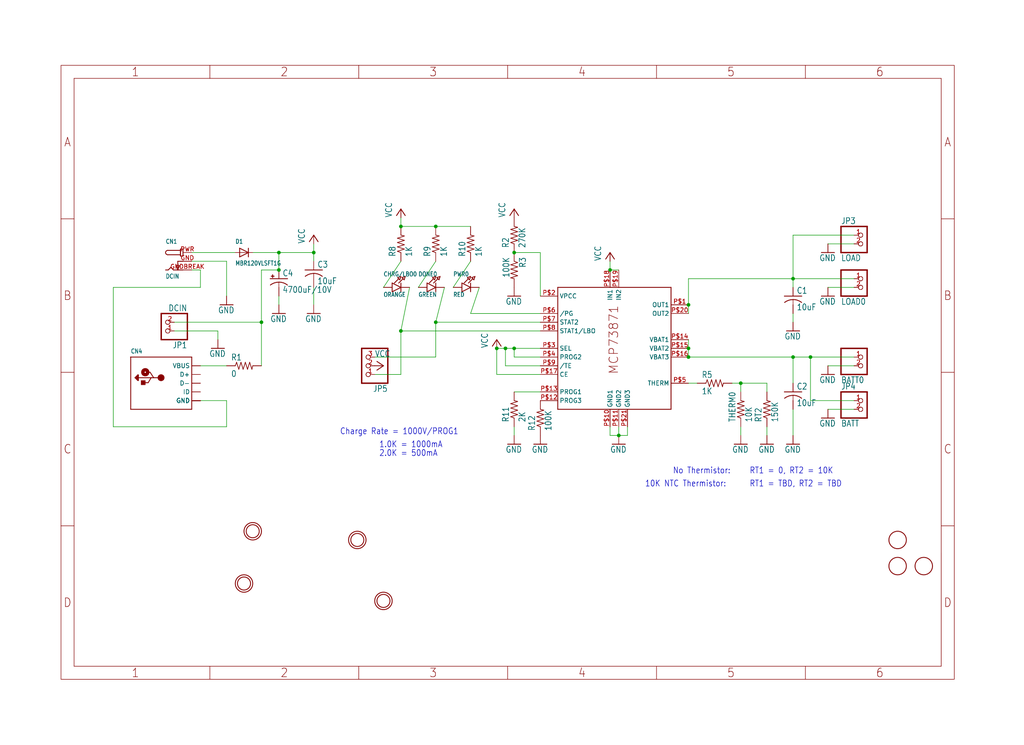
<source format=kicad_sch>
(kicad_sch (version 20230121) (generator eeschema)
  (paper "User" 298.45 217.322)
  (lib_symbols
    (symbol "working-eagle-import:C-USC0805K"
      (property "Reference" "C" (at 1.016 0.635 0))
      (symbol "C-USC0805K_1_0"
        (arc (start 0 -1.0161) (mid -1.302 -1.2303) (end -2.4668 -1.8504) (stroke (width 0.254)))
        (polyline (pts (xy -2.54 0) (xy 2.54 0)) (stroke (width 0.254)))
        (polyline (pts (xy 0 -1.016) (xy 0 -2.54)) (stroke (width 0.1524)))
        (arc (start 2.4892 -1.8541) (mid 1.3158 -1.2194) (end 0 -1) (stroke (width 0.254)))
        (pin passive line (at 0 2.54 270) (length 2.54) (name "1") (number "1"))
        (pin passive line (at 0 -5.08 90) (length 2.54) (name "2") (number "2"))
      )
    )
    (symbol "working-eagle-import:CPOL-USE5-13"
      (property "Reference" "C" (at 1.016 0.635 0))
      (symbol "CPOL-USE5-13_1_0"
        (rectangle (start -2.253 0.668) (end -1.364 0.795) (fill (type outline)))
        (rectangle (start -1.872 0.287) (end -1.745 1.176) (fill (type outline)))
        (arc (start 0 -1.0161) (mid -1.3021 -1.2303) (end -2.4669 -1.8504) (stroke (width 0.254)))
        (polyline (pts (xy -2.54 0) (xy 2.54 0)) (stroke (width 0.254)))
        (polyline (pts (xy 0 -1.016) (xy 0 -2.54)) (stroke (width 0.1524)))
        (arc (start 2.4892 -1.8541) (mid 1.3158 -1.2194) (end 0 -1) (stroke (width 0.254)))
        (pin passive line (at 0 2.54 270) (length 2.54) (name "+") (number "+"))
        (pin passive line (at 0 -5.08 90) (length 2.54) (name "-") (number "-"))
      )
    )
    (symbol "working-eagle-import:DCBARRELSMT"
      (property "Reference" "X" (at -5.08 5.08 0))
      (symbol "DCBARRELSMT_1_0"
        (arc (start -4.445 3.175) (mid -5.0773 2.54) (end -4.445 1.905) (stroke (width 0.254)))
        (polyline (pts (xy -5.08 -2.54) (xy -4.318 -2.54)) (stroke (width 0.254)))
        (polyline (pts (xy -4.318 -2.54) (xy -3.556 -1.778)) (stroke (width 0.254)))
        (polyline (pts (xy -3.556 -1.778) (xy -2.794 -2.54)) (stroke (width 0.254)))
        (polyline (pts (xy -2.032 -1.27) (xy -1.524 -1.27)) (stroke (width 0.254)))
        (polyline (pts (xy -1.524 -2.54) (xy -2.794 -2.54)) (stroke (width 0.254)))
        (polyline (pts (xy -1.524 -2.54) (xy -2.032 -1.27)) (stroke (width 0.254)))
        (polyline (pts (xy -1.524 -1.27) (xy -1.016 -1.27)) (stroke (width 0.254)))
        (polyline (pts (xy -1.524 0) (xy -1.524 -1.27)) (stroke (width 0.254)))
        (polyline (pts (xy -1.016 -1.27) (xy -1.524 -2.54)) (stroke (width 0.254)))
        (polyline (pts (xy -0.762 1.524) (xy -0.762 3.556)) (stroke (width 0.254)))
        (polyline (pts (xy -0.762 1.905) (xy -4.445 1.905)) (stroke (width 0.254)))
        (polyline (pts (xy -0.762 3.175) (xy -4.445 3.175)) (stroke (width 0.254)))
        (polyline (pts (xy -0.762 3.175) (xy -0.762 1.905)) (stroke (width 0.254)))
        (polyline (pts (xy -0.762 3.556) (xy 0 3.556)) (stroke (width 0.254)))
        (polyline (pts (xy 0 -2.54) (xy -1.524 -2.54)) (stroke (width 0.254)))
        (polyline (pts (xy 0 0) (xy -1.524 0)) (stroke (width 0.254)))
        (polyline (pts (xy 0 1.524) (xy -0.762 1.524)) (stroke (width 0.254)))
        (polyline (pts (xy 0 3.556) (xy 0 1.524)) (stroke (width 0.254)))
        (pin power_in line (at 2.54 0 180) (length 2.54) (name "GNDBREAK") (number "GND"))
        (pin power_in line (at 2.54 -2.54 180) (length 2.54) (name "GND") (number "GNDBREAK"))
        (pin power_in line (at 2.54 2.54 180) (length 2.54) (name "PWR") (number "PWR"))
      )
    )
    (symbol "working-eagle-import:DIODESOD-123"
      (property "Reference" "D" (at -2.54 2.54 0))
      (symbol "DIODESOD-123_1_0"
        (polyline (pts (xy -1.27 -1.27) (xy 1.27 0)) (stroke (width 0.254)))
        (polyline (pts (xy -1.27 1.27) (xy -1.27 -1.27)) (stroke (width 0.254)))
        (polyline (pts (xy 1.27 0) (xy -1.27 1.27)) (stroke (width 0.254)))
        (polyline (pts (xy 1.27 0) (xy 1.27 -1.27)) (stroke (width 0.254)))
        (polyline (pts (xy 1.27 1.27) (xy 1.27 0)) (stroke (width 0.254)))
        (pin passive line (at -2.54 0 0) (length 2.54) (name "A") (number "A"))
        (pin passive line (at 2.54 0 180) (length 2.54) (name "C") (number "C"))
      )
    )
    (symbol "working-eagle-import:FIDUCIAL"
      (symbol "FIDUCIAL_1_0"
        (circle (center 0 0) (radius 2.54) (stroke (width 0.254)))
      )
    )
    (symbol "working-eagle-import:FRAME_A4"
      (symbol "FRAME_A4_1_0"
        (polyline (pts (xy 0 44.7675) (xy 3.81 44.7675)))
        (polyline (pts (xy 0 89.535) (xy 3.81 89.535)))
        (polyline (pts (xy 0 134.3025) (xy 3.81 134.3025)))
        (polyline (pts (xy 3.81 3.81) (xy 3.81 175.26)))
        (polyline (pts (xy 43.3917 0) (xy 43.3917 3.81)))
        (polyline (pts (xy 43.3917 175.26) (xy 43.3917 179.07)))
        (polyline (pts (xy 86.7833 0) (xy 86.7833 3.81)))
        (polyline (pts (xy 86.7833 175.26) (xy 86.7833 179.07)))
        (polyline (pts (xy 130.175 0) (xy 130.175 3.81)))
        (polyline (pts (xy 130.175 175.26) (xy 130.175 179.07)))
        (polyline (pts (xy 173.5667 0) (xy 173.5667 3.81)))
        (polyline (pts (xy 173.5667 175.26) (xy 173.5667 179.07)))
        (polyline (pts (xy 216.9583 0) (xy 216.9583 3.81)))
        (polyline (pts (xy 216.9583 175.26) (xy 216.9583 179.07)))
        (polyline (pts (xy 256.54 3.81) (xy 3.81 3.81)))
        (polyline (pts (xy 256.54 3.81) (xy 256.54 8.89)) (stroke (width 0.1016)))
        (polyline (pts (xy 256.54 3.81) (xy 256.54 175.26)))
        (polyline (pts (xy 256.54 8.89) (xy 256.54 13.97)) (stroke (width 0.1016)))
        (polyline (pts (xy 256.54 13.97) (xy 256.54 19.05)) (stroke (width 0.1016)))
        (polyline (pts (xy 256.54 19.05) (xy 256.54 36.83)) (stroke (width 0.1016)))
        (polyline (pts (xy 256.54 44.7675) (xy 260.35 44.7675)))
        (polyline (pts (xy 256.54 89.535) (xy 260.35 89.535)))
        (polyline (pts (xy 256.54 134.3025) (xy 260.35 134.3025)))
        (polyline (pts (xy 256.54 175.26) (xy 3.81 175.26)))
        (polyline (pts (xy 0 0) (xy 260.35 0) (xy 260.35 179.07) (xy 0 179.07) (xy 0 0)))
        (text "1" (at 21.6958 1.905 0) (effects (font (size 2.54 2.286))))
        (text "1" (at 21.6958 177.165 0) (effects (font (size 2.54 2.286))))
        (text "2" (at 65.0875 1.905 0) (effects (font (size 2.54 2.286))))
        (text "2" (at 65.0875 177.165 0) (effects (font (size 2.54 2.286))))
        (text "3" (at 108.4792 1.905 0) (effects (font (size 2.54 2.286))))
        (text "3" (at 108.4792 177.165 0) (effects (font (size 2.54 2.286))))
        (text "4" (at 151.8708 1.905 0) (effects (font (size 2.54 2.286))))
        (text "4" (at 151.8708 177.165 0) (effects (font (size 2.54 2.286))))
        (text "5" (at 195.2625 1.905 0) (effects (font (size 2.54 2.286))))
        (text "5" (at 195.2625 177.165 0) (effects (font (size 2.54 2.286))))
        (text "6" (at 238.6542 1.905 0) (effects (font (size 2.54 2.286))))
        (text "6" (at 238.6542 177.165 0) (effects (font (size 2.54 2.286))))
        (text "A" (at 1.905 156.6863 0) (effects (font (size 2.54 2.286))))
        (text "A" (at 258.445 156.6863 0) (effects (font (size 2.54 2.286))))
        (text "B" (at 1.905 111.9188 0) (effects (font (size 2.54 2.286))))
        (text "B" (at 258.445 111.9188 0) (effects (font (size 2.54 2.286))))
        (text "C" (at 1.905 67.1513 0) (effects (font (size 2.54 2.286))))
        (text "C" (at 258.445 67.1513 0) (effects (font (size 2.54 2.286))))
        (text "D" (at 1.905 22.3838 0) (effects (font (size 2.54 2.286))))
        (text "D" (at 258.445 22.3838 0) (effects (font (size 2.54 2.286))))
      )
      (symbol "FRAME_A4_2_0"
        (polyline (pts (xy 1.27 -6.35) (xy 1.27 0)) (stroke (width 0.1016)))
        (polyline (pts (xy 1.27 0) (xy 82.55 0)) (stroke (width 0.1016)))
        (polyline (pts (xy 82.55 -6.35) (xy 1.27 -6.35)) (stroke (width 0.1016)))
        (polyline (pts (xy 82.55 0) (xy 82.55 -6.35)) (stroke (width 0.1016)))
        (text "PART OR WHOLE IS STRICTLY PROHIBITED WITHOUT WRITTEN PERMISSION!" (at 3.81 -5.08 0) (effects (font (size 1.27 1.0795)) (justify left bottom)))
        (text "PROPRIETARY" (at 3.81 -10.16 0) (effects (font (size 2.54 2.159) (thickness 0.4318) bold) (justify left bottom)))
        (text "THIS DRAWING CONTAINS CONFIDENTIAL INFORMATION. ANY REPRODUCTION IN" (at 3.81 -2.794 0) (effects (font (size 1.27 1.0795)) (justify left bottom)))
      )
      (symbol "FRAME_A4_3_0"
        (polyline (pts (xy 0 1.27) (xy 20.32 1.27)) (stroke (width 0.6096)))
        (polyline (pts (xy 0 10.16) (xy 0 1.27)) (stroke (width 0.6096)))
        (polyline (pts (xy 0 10.16) (xy 20.32 10.16)) (stroke (width 0.3048)))
        (polyline (pts (xy 0 19.05) (xy 0 10.16)) (stroke (width 0.6096)))
        (polyline (pts (xy 0 19.05) (xy 20.32 19.05)) (stroke (width 0.3048)))
        (polyline (pts (xy 0 27.94) (xy 0 19.05)) (stroke (width 0.6096)))
        (polyline (pts (xy 0 27.94) (xy 20.32 27.94)) (stroke (width 0.3048)))
        (polyline (pts (xy 0 34.29) (xy 0 27.94)) (stroke (width 0.6096)))
        (polyline (pts (xy 20.32 1.27) (xy 20.32 6.35)) (stroke (width 0.3048)))
        (polyline (pts (xy 20.32 1.27) (xy 95.885 1.27)) (stroke (width 0.6096)))
        (polyline (pts (xy 20.32 6.35) (xy 20.32 10.16)) (stroke (width 0.3048)))
        (polyline (pts (xy 20.32 6.35) (xy 88.9 6.35)) (stroke (width 0.3048)))
        (polyline (pts (xy 20.32 10.16) (xy 20.32 19.05)) (stroke (width 0.3048)))
        (polyline (pts (xy 20.32 16.51) (xy 20.32 19.05)) (stroke (width 0.3048)))
        (polyline (pts (xy 20.32 19.05) (xy 20.32 27.94)) (stroke (width 0.3048)))
        (polyline (pts (xy 20.32 27.94) (xy 20.32 34.29)) (stroke (width 0.3048)))
        (polyline (pts (xy 20.32 27.94) (xy 65.0875 27.94)) (stroke (width 0.3048)))
        (polyline (pts (xy 20.32 34.29) (xy 0 34.29)) (stroke (width 0.6096)))
        (polyline (pts (xy 65.0875 27.94) (xy 106.045 27.94)) (stroke (width 0.3048)))
        (polyline (pts (xy 65.0875 34.29) (xy 20.32 34.29)) (stroke (width 0.6096)))
        (polyline (pts (xy 88.9 6.35) (xy 95.885 6.35)) (stroke (width 0.3048)))
        (polyline (pts (xy 88.9 16.51) (xy 20.32 16.51)) (stroke (width 0.3048)))
        (polyline (pts (xy 88.9 16.51) (xy 88.9 6.35)) (stroke (width 0.3048)))
        (polyline (pts (xy 95.885 1.27) (xy 121.92 1.27)) (stroke (width 0.6096)))
        (polyline (pts (xy 95.885 6.35) (xy 95.885 1.27)) (stroke (width 0.3048)))
        (polyline (pts (xy 95.885 6.35) (xy 121.92 6.35)) (stroke (width 0.3048)))
        (polyline (pts (xy 101.6 13.0175) (xy 102.5525 13.0175)) (stroke (width 0.254)))
        (polyline (pts (xy 106.045 27.94) (xy 106.045 34.29)) (stroke (width 0.3048)))
        (polyline (pts (xy 106.045 27.94) (xy 110.49 27.94)) (stroke (width 0.3048)))
        (polyline (pts (xy 106.045 34.29) (xy 65.0875 34.29)) (stroke (width 0.6096)))
        (polyline (pts (xy 110.49 16.51) (xy 88.9 16.51)) (stroke (width 0.3048)))
        (polyline (pts (xy 110.49 27.94) (xy 110.49 16.51)) (stroke (width 0.3048)))
        (polyline (pts (xy 110.49 27.94) (xy 113.03 27.94)) (stroke (width 0.3048)))
        (polyline (pts (xy 113.03 27.94) (xy 121.92 27.94)) (stroke (width 0.3048)))
        (polyline (pts (xy 113.03 34.29) (xy 106.045 34.29)) (stroke (width 0.6096)))
        (polyline (pts (xy 121.92 6.35) (xy 121.92 1.27)) (stroke (width 0.6096)))
        (polyline (pts (xy 121.92 16.51) (xy 110.49 16.51)) (stroke (width 0.3048)))
        (polyline (pts (xy 121.92 16.51) (xy 121.92 6.35)) (stroke (width 0.6096)))
        (polyline (pts (xy 121.92 27.94) (xy 121.92 16.51)) (stroke (width 0.6096)))
        (polyline (pts (xy 121.92 34.29) (xy 113.03 34.29)) (stroke (width 0.6096)))
        (polyline (pts (xy 121.92 34.29) (xy 121.92 27.94)) (stroke (width 0.6096)))
        (circle (center 109.5375 31.115) (radius 1.4199) (stroke (width 0.254)))
        (text "${#}/${##}" (at 109.22 2.54 0) (effects (font (size 2.54 2.54)) (justify left bottom)))
        (text "${CHECKED}" (at 2.54 11.43 0) (effects (font (size 1.778 1.5113)) (justify left bottom)))
        (text "${COMPANY}" (at 23.6538 29.3687 0) (effects (font (size 3.175 2.6987) (thickness 0.5397) bold) (justify left bottom)))
        (text "${CURRENT_DATE}" (at 33.02 8.89 0) (effects (font (size 2.54 2.159)) (justify left bottom)))
        (text "${DATE}" (at 2.54 2.54 0) (effects (font (size 1.778 1.5113)) (justify left bottom)))
        (text "${DRAWN}" (at 2.54 20.32 0) (effects (font (size 1.778 1.5113)) (justify left bottom)))
        (text "${DRGNO}" (at 91.44 8.89 0) (effects (font (size 2.1844 1.8567)) (justify left bottom)))
        (text "${PROJECTNAME}" (at 33.3375 2.54 0) (effects (font (size 2.54 2.159)) (justify left bottom)))
        (text "${REV}" (at 114.3 18.415 0) (effects (font (size 3.81 3.2385)) (justify left bottom)))
        (text "2013" (at 112.7125 30.1625 0) (effects (font (size 1.778 1.5113)) (justify left bottom)))
        (text "C" (at 109.0612 30.48 0) (effects (font (size 1.27 1.0795)) (justify left bottom)))
        (text "CHECKED" (at 1.27 15.875 0) (effects (font (size 1.778 1.5113)) (justify left bottom)))
        (text "DATE" (at 1.27 6.985 0) (effects (font (size 1.778 1.5113)) (justify left bottom)))
        (text "DATE" (at 21.59 12.7 0) (effects (font (size 2.54 2.54)) (justify left bottom)))
        (text "DRAWN" (at 1.27 24.765 0) (effects (font (size 1.778 1.5113)) (justify left bottom)))
        (text "DRG" (at 90.17 12.7 0) (effects (font (size 2.54 2.54)) (justify left bottom)))
        (text "FILE:" (at 21.59 2.54 0) (effects (font (size 2.54 2.54)) (justify left bottom)))
        (text "ISSUE" (at 5.3975 30.1625 0) (effects (font (size 1.9304 1.6408)) (justify left bottom)))
        (text "N" (at 98.7425 12.7 0) (effects (font (size 2.54 2.54)) (justify left bottom)))
        (text "o" (at 101.2825 13.6525 0) (effects (font (size 2.1844 1.8567)) (justify left bottom)))
        (text "PAGE:" (at 97.155 2.54 0) (effects (font (size 2.54 2.54)) (justify left bottom)))
        (text "REV" (at 112.7125 24.13 0) (effects (font (size 2.54 2.54)) (justify left bottom)))
        (text "TITLE" (at 21.59 24.13 0) (effects (font (size 2.54 2.54)) (justify left bottom)))
      )
    )
    (symbol "working-eagle-import:GND" (power)
      (property "Value" "GND" (at -2.54 -2.54 0))
      (symbol "GND_1_0"
        (polyline (pts (xy -1.905 0) (xy 1.905 0)) (stroke (width 0.254)))
        (pin power_in line (at 0 2.54 270) (length 2.54) (name "GND") (number "1"))
      )
    )
    (symbol "working-eagle-import:HEADER-1X2"
      (property "Reference" "JP" (at -6.35 5.715 0))
      (symbol "HEADER-1X2_1_0"
        (polyline (pts (xy -6.35 -2.54) (xy 1.27 -2.54)) (stroke (width 0.4064)))
        (polyline (pts (xy -6.35 5.08) (xy -6.35 -2.54)) (stroke (width 0.4064)))
        (polyline (pts (xy 1.27 -2.54) (xy 1.27 5.08)) (stroke (width 0.4064)))
        (polyline (pts (xy 1.27 5.08) (xy -6.35 5.08)) (stroke (width 0.4064)))
        (pin passive inverted (at -2.54 2.54 0) (length 2.54) (name "1") (number "1"))
        (pin passive inverted (at -2.54 0 0) (length 2.54) (name "2") (number "2"))
      )
    )
    (symbol "working-eagle-import:HEADER-1X2ROUND"
      (property "Reference" "JP" (at -6.35 5.715 0))
      (symbol "HEADER-1X2ROUND_1_0"
        (polyline (pts (xy -6.35 -2.54) (xy 1.27 -2.54)) (stroke (width 0.4064)))
        (polyline (pts (xy -6.35 5.08) (xy -6.35 -2.54)) (stroke (width 0.4064)))
        (polyline (pts (xy 1.27 -2.54) (xy 1.27 5.08)) (stroke (width 0.4064)))
        (polyline (pts (xy 1.27 5.08) (xy -6.35 5.08)) (stroke (width 0.4064)))
        (pin passive inverted (at -2.54 2.54 0) (length 2.54) (name "1") (number "1"))
        (pin passive inverted (at -2.54 0 0) (length 2.54) (name "2") (number "2"))
      )
    )
    (symbol "working-eagle-import:JST_2PIN-SMT-RA"
      (property "Reference" "CN" (at -6.35 5.715 0))
      (symbol "JST_2PIN-SMT-RA_1_0"
        (polyline (pts (xy -6.35 -2.54) (xy 1.27 -2.54)) (stroke (width 0.4064)))
        (polyline (pts (xy -6.35 5.08) (xy -6.35 -2.54)) (stroke (width 0.4064)))
        (polyline (pts (xy 1.27 -2.54) (xy 1.27 5.08)) (stroke (width 0.4064)))
        (polyline (pts (xy 1.27 5.08) (xy -6.35 5.08)) (stroke (width 0.4064)))
        (pin passive inverted (at -2.54 0 0) (length 2.54) (name "2") (number "1"))
        (pin passive inverted (at -2.54 2.54 0) (length 2.54) (name "1") (number "2"))
      )
    )
    (symbol "working-eagle-import:LED0805_NOOUTLINE"
      (property "Reference" "LED" (at -5.08 3.175 0))
      (symbol "LED0805_NOOUTLINE_1_0"
        (polyline (pts (xy -2.54 -1.27) (xy 0 0)) (stroke (width 0.254)))
        (polyline (pts (xy -2.54 1.27) (xy -2.54 -1.27)) (stroke (width 0.254)))
        (polyline (pts (xy -1.905 1.27) (xy -0.635 2.54)) (stroke (width 0.254)))
        (polyline (pts (xy -0.9525 2.8575) (xy -0.3175 2.2225)) (stroke (width 0.254)))
        (polyline (pts (xy -0.635 1.27) (xy 0.635 2.54)) (stroke (width 0.254)))
        (polyline (pts (xy -0.3175 2.2225) (xy 0 3.175)) (stroke (width 0.254)))
        (polyline (pts (xy 0 0) (xy -2.54 1.27)) (stroke (width 0.254)))
        (polyline (pts (xy 0 0) (xy 0 -1.27)) (stroke (width 0.254)))
        (polyline (pts (xy 0 1.27) (xy 0 0)) (stroke (width 0.254)))
        (polyline (pts (xy 0 3.175) (xy -0.9525 2.8575)) (stroke (width 0.254)))
        (polyline (pts (xy 0.3175 2.8575) (xy 0.9525 2.2225)) (stroke (width 0.254)))
        (polyline (pts (xy 0.9525 2.2225) (xy 1.27 3.175)) (stroke (width 0.254)))
        (polyline (pts (xy 1.27 3.175) (xy 0.3175 2.8575)) (stroke (width 0.254)))
        (pin passive line (at -5.08 0 0) (length 2.54) (name "A") (number "A"))
        (pin passive line (at 2.54 0 180) (length 2.54) (name "C") (number "C"))
      )
    )
    (symbol "working-eagle-import:MCP73871"
      (symbol "MCP73871_1_0"
        (polyline (pts (xy -15.24 -17.78) (xy -15.24 17.78)) (stroke (width 0.254)))
        (polyline (pts (xy -15.24 17.78) (xy 17.78 17.78)) (stroke (width 0.254)))
        (polyline (pts (xy 17.78 -17.78) (xy -15.24 -17.78)) (stroke (width 0.254)))
        (polyline (pts (xy 17.78 17.78) (xy 17.78 -17.78)) (stroke (width 0.254)))
        (text "MCP73871" (at 2.54 -7.62 900) (effects (font (size 2.54 2.54)) (justify left bottom)))
        (pin output line (at 22.86 12.7 180) (length 5.08) (name "OUT1") (number "P$1"))
        (pin power_in line (at 0 -22.86 90) (length 5.08) (name "GND1") (number "P$10"))
        (pin power_in line (at 2.54 -22.86 90) (length 5.08) (name "GND2") (number "P$11"))
        (pin input line (at -20.32 -15.24 0) (length 5.08) (name "PROG3") (number "P$12"))
        (pin input line (at -20.32 -12.7 0) (length 5.08) (name "PROG1") (number "P$13"))
        (pin output line (at 22.86 2.54 180) (length 5.08) (name "VBAT1") (number "P$14"))
        (pin output line (at 22.86 0 180) (length 5.08) (name "VBAT2") (number "P$15"))
        (pin output line (at 22.86 -2.54 180) (length 5.08) (name "VBAT3") (number "P$16"))
        (pin input line (at -20.32 -7.62 0) (length 5.08) (name "CE") (number "P$17"))
        (pin input line (at 0 22.86 270) (length 5.08) (name "IN1") (number "P$18"))
        (pin input line (at 2.54 22.86 270) (length 5.08) (name "IN2") (number "P$19"))
        (pin input line (at -20.32 15.24 0) (length 5.08) (name "VPCC") (number "P$2"))
        (pin output line (at 22.86 10.16 180) (length 5.08) (name "OUT2") (number "P$20"))
        (pin power_in line (at 5.08 -22.86 90) (length 5.08) (name "GND3") (number "P$21"))
        (pin input line (at -20.32 0 0) (length 5.08) (name "SEL") (number "P$3"))
        (pin input line (at -20.32 -2.54 0) (length 5.08) (name "PROG2") (number "P$4"))
        (pin input line (at 22.86 -10.16 180) (length 5.08) (name "THERM") (number "P$5"))
        (pin output line (at -20.32 10.16 0) (length 5.08) (name "/PG") (number "P$6"))
        (pin output line (at -20.32 7.62 0) (length 5.08) (name "STAT2") (number "P$7"))
        (pin output line (at -20.32 5.08 0) (length 5.08) (name "STAT1/LBO") (number "P$8"))
        (pin input line (at -20.32 -5.08 0) (length 5.08) (name "/TE") (number "P$9"))
      )
    )
    (symbol "working-eagle-import:MOUNTINGHOLE2.5"
      (symbol "MOUNTINGHOLE2.5_1_0"
        (circle (center 0 0) (radius 1.905) (stroke (width 0.254)))
        (circle (center 0 0) (radius 2.54) (stroke (width 0.254)))
      )
    )
    (symbol "working-eagle-import:PINHD-1X3CB"
      (property "Reference" "JP" (at -6.35 5.715 0))
      (symbol "PINHD-1X3CB_1_0"
        (polyline (pts (xy -6.35 -5.08) (xy 1.27 -5.08)) (stroke (width 0.4064)))
        (polyline (pts (xy -6.35 5.08) (xy -6.35 -5.08)) (stroke (width 0.4064)))
        (polyline (pts (xy 1.27 -5.08) (xy 1.27 5.08)) (stroke (width 0.4064)))
        (polyline (pts (xy 1.27 5.08) (xy -6.35 5.08)) (stroke (width 0.4064)))
        (pin passive inverted (at -2.54 2.54 0) (length 2.54) (name "1") (number "1"))
        (pin passive inverted (at -2.54 0 0) (length 2.54) (name "2") (number "2"))
        (pin passive inverted (at -2.54 -2.54 0) (length 2.54) (name "3") (number "3"))
      )
    )
    (symbol "working-eagle-import:R-US_FLIPFLOP"
      (property "Reference" "R" (at -3.81 1.4986 0))
      (symbol "R-US_FLIPFLOP_1_0"
        (polyline (pts (xy -2.54 0) (xy -2.159 1.016)) (stroke (width 0.2032)))
        (polyline (pts (xy -2.159 1.016) (xy -1.524 -1.016)) (stroke (width 0.2032)))
        (polyline (pts (xy -1.524 -1.016) (xy -0.889 1.016)) (stroke (width 0.2032)))
        (polyline (pts (xy -0.889 1.016) (xy -0.254 -1.016)) (stroke (width 0.2032)))
        (polyline (pts (xy -0.254 -1.016) (xy 0.381 1.016)) (stroke (width 0.2032)))
        (polyline (pts (xy 0.381 1.016) (xy 1.016 -1.016)) (stroke (width 0.2032)))
        (polyline (pts (xy 1.016 -1.016) (xy 1.651 1.016)) (stroke (width 0.2032)))
        (polyline (pts (xy 1.651 1.016) (xy 2.286 -1.016)) (stroke (width 0.2032)))
        (polyline (pts (xy 2.286 -1.016) (xy 2.54 0)) (stroke (width 0.2032)))
        (pin passive line (at -5.08 0 0) (length 2.54) (name "1") (number "1"))
        (pin passive line (at 5.08 0 180) (length 2.54) (name "2") (number "2"))
      )
    )
    (symbol "working-eagle-import:R-US_M0805"
      (property "Reference" "R" (at -3.81 1.4986 0))
      (symbol "R-US_M0805_1_0"
        (polyline (pts (xy -2.54 0) (xy -2.159 1.016)) (stroke (width 0.2032)))
        (polyline (pts (xy -2.159 1.016) (xy -1.524 -1.016)) (stroke (width 0.2032)))
        (polyline (pts (xy -1.524 -1.016) (xy -0.889 1.016)) (stroke (width 0.2032)))
        (polyline (pts (xy -0.889 1.016) (xy -0.254 -1.016)) (stroke (width 0.2032)))
        (polyline (pts (xy -0.254 -1.016) (xy 0.381 1.016)) (stroke (width 0.2032)))
        (polyline (pts (xy 0.381 1.016) (xy 1.016 -1.016)) (stroke (width 0.2032)))
        (polyline (pts (xy 1.016 -1.016) (xy 1.651 1.016)) (stroke (width 0.2032)))
        (polyline (pts (xy 1.651 1.016) (xy 2.286 -1.016)) (stroke (width 0.2032)))
        (polyline (pts (xy 2.286 -1.016) (xy 2.54 0)) (stroke (width 0.2032)))
        (pin passive line (at -5.08 0 0) (length 2.54) (name "1") (number "1"))
        (pin passive line (at 5.08 0 180) (length 2.54) (name "2") (number "2"))
      )
    )
    (symbol "working-eagle-import:R-US_R0805"
      (property "Reference" "R" (at -3.81 1.4986 0))
      (symbol "R-US_R0805_1_0"
        (polyline (pts (xy -2.54 0) (xy -2.159 1.016)) (stroke (width 0.2032)))
        (polyline (pts (xy -2.159 1.016) (xy -1.524 -1.016)) (stroke (width 0.2032)))
        (polyline (pts (xy -1.524 -1.016) (xy -0.889 1.016)) (stroke (width 0.2032)))
        (polyline (pts (xy -0.889 1.016) (xy -0.254 -1.016)) (stroke (width 0.2032)))
        (polyline (pts (xy -0.254 -1.016) (xy 0.381 1.016)) (stroke (width 0.2032)))
        (polyline (pts (xy 0.381 1.016) (xy 1.016 -1.016)) (stroke (width 0.2032)))
        (polyline (pts (xy 1.016 -1.016) (xy 1.651 1.016)) (stroke (width 0.2032)))
        (polyline (pts (xy 1.651 1.016) (xy 2.286 -1.016)) (stroke (width 0.2032)))
        (polyline (pts (xy 2.286 -1.016) (xy 2.54 0)) (stroke (width 0.2032)))
        (pin passive line (at -5.08 0 0) (length 2.54) (name "1") (number "1"))
        (pin passive line (at 5.08 0 180) (length 2.54) (name "2") (number "2"))
      )
    )
    (symbol "working-eagle-import:USBMINIBLARGE"
      (property "Reference" "X" (at -10.16 8.636 0))
      (symbol "USBMINIBLARGE_1_0"
        (rectangle (start -7.12 -0.45) (end -5.92 0.75) (fill (type outline)))
        (circle (center -5.92 3.2) (radius 0.2) (stroke (width 1)))
        (circle (center -1.32 1.6) (radius 0.5) (stroke (width 1)))
        (polyline (pts (xy -10.2 7.62) (xy -10.16 7.62)) (stroke (width 0.254)))
        (polyline (pts (xy -10.16 -7.62) (xy 7.62 -7.62)) (stroke (width 0.254)))
        (polyline (pts (xy -10.16 7.62) (xy -10.16 -7.62)) (stroke (width 0.254)))
        (polyline (pts (xy -10.16 7.62) (xy 7.62 7.62)) (stroke (width 0.254)))
        (polyline (pts (xy -8.92 1.6) (xy -8.12 2.4)) (stroke (width 0.254)))
        (polyline (pts (xy -8.52 1.4) (xy -8.32 1.2)) (stroke (width 0.254)))
        (polyline (pts (xy -8.52 1.6) (xy -8.52 1.4)) (stroke (width 0.254)))
        (polyline (pts (xy -8.32 1.2) (xy -8.32 2)) (stroke (width 0.254)))
        (polyline (pts (xy -8.32 2) (xy -8.72 1.6)) (stroke (width 0.254)))
        (polyline (pts (xy -8.12 0.8) (xy -8.92 1.6)) (stroke (width 0.254)))
        (polyline (pts (xy -8.12 1) (xy -8.12 2.4)) (stroke (width 0.254)))
        (polyline (pts (xy -8.12 2.4) (xy -7.92 2.4)) (stroke (width 0.254)))
        (polyline (pts (xy -7.92 0.8) (xy -8.12 0.8)) (stroke (width 0.254)))
        (polyline (pts (xy -7.92 1.6) (xy -7.92 0.8)) (stroke (width 0.254)))
        (polyline (pts (xy -7.92 2.4) (xy -7.92 1.6)) (stroke (width 0.254)))
        (polyline (pts (xy -6.27 0.15) (xy -5.07 0.15)) (stroke (width 0.254)))
        (polyline (pts (xy -5.52 3.2) (xy -4.52 3.2)) (stroke (width 0.254)))
        (polyline (pts (xy -5.07 0.15) (xy -4.22 1.6)) (stroke (width 0.254)))
        (polyline (pts (xy -4.52 3.2) (xy -3.47 1.6)) (stroke (width 0.254)))
        (polyline (pts (xy -4.22 1.6) (xy -7.92 1.6)) (stroke (width 0.254)))
        (polyline (pts (xy -3.47 1.6) (xy -4.22 1.6)) (stroke (width 0.254)))
        (polyline (pts (xy -1.32 1.6) (xy -3.47 1.6)) (stroke (width 0.254)))
        (polyline (pts (xy 7.62 7.62) (xy 7.62 -7.62)) (stroke (width 0.254)))
        (pin bidirectional line (at 10.16 2.54 180) (length 2.54) (name "D+") (number "D+"))
        (pin bidirectional line (at 10.16 0 180) (length 2.54) (name "D-") (number "D-"))
        (pin power_in line (at 10.16 -5.08 180) (length 2.54) (name "GND") (number "GND"))
        (pin power_in line (at 10.16 -5.08 180) (length 2.54) (name "GND") (number "GND1"))
        (pin power_in line (at 10.16 -5.08 180) (length 2.54) (name "GND") (number "GND2"))
        (pin power_in line (at 10.16 -5.08 180) (length 2.54) (name "GND") (number "GND3"))
        (pin power_in line (at 10.16 -5.08 180) (length 2.54) (name "GND") (number "GND4"))
        (pin bidirectional line (at 10.16 -2.54 180) (length 2.54) (name "ID") (number "ID"))
        (pin power_in line (at 10.16 5.08 180) (length 2.54) (name "VBUS") (number "VBUS"))
      )
    )
    (symbol "working-eagle-import:VCC" (power)
      (property "Value" "VCC" (at -2.54 -2.54 90))
      (symbol "VCC_1_0"
        (polyline (pts (xy 0 0) (xy -1.27 -1.905)) (stroke (width 0.254)))
        (polyline (pts (xy 1.27 -1.905) (xy 0 0)) (stroke (width 0.254)))
        (pin power_in line (at 0 -2.54 90) (length 2.54) (name "VCC") (number "1"))
      )
    )
  )
  (junction (at 231.14 104.14))
  (junction (at 116.84 66.04))
  (junction (at 76.2 93.98))
  (junction (at 200.66 88.9))
  (junction (at 144.78 101.6))
  (junction (at 200.66 104.14))
  (junction (at 149.86 73.66))
  (junction (at 177.8 78.74))
  (junction (at 236.22 104.14))
  (junction (at 81.28 73.66))
  (junction (at 127 66.04))
  (junction (at 91.44 73.66))
  (junction (at 200.66 101.6))
  (junction (at 127 93.98))
  (junction (at 180.34 127))
  (junction (at 231.14 81.28))
  (junction (at 215.9 111.76))
  (junction (at 81.28 78.74))
  (junction (at 116.84 96.52))
  (junction (at 147.32 101.6))
  (junction (at 149.86 101.6))
  (wire (pts (xy 121.92 83.82) (xy 127 76.2)) (stroke (width 0.1524)))
  (wire (pts (xy 177.8 124.46) (xy 177.8 127)) (stroke (width 0.1524)))
  (wire (pts (xy 200.66 111.76) (xy 203.2 111.76)) (stroke (width 0.1524)))
  (wire (pts (xy 149.86 124.46) (xy 149.86 127)) (stroke (width 0.1524)))
  (wire (pts (xy 116.84 96.52) (xy 116.84 109.22)) (stroke (width 0.1524)))
  (wire (pts (xy 231.14 111.76) (xy 231.14 104.14)) (stroke (width 0.1524)))
  (wire (pts (xy 223.52 124.46) (xy 223.52 127)) (stroke (width 0.1524)))
  (wire (pts (xy 81.28 73.66) (xy 81.28 78.74)) (stroke (width 0.1524)))
  (wire (pts (xy 144.78 109.22) (xy 157.48 109.22)) (stroke (width 0.1524)))
  (wire (pts (xy 200.66 99.06) (xy 200.66 101.6)) (stroke (width 0.1524)))
  (wire (pts (xy 213.36 111.76) (xy 215.9 111.76)) (stroke (width 0.1524)))
  (wire (pts (xy 127 93.98) (xy 129.54 83.82)) (stroke (width 0.1524)))
  (wire (pts (xy 215.9 111.76) (xy 223.52 111.76)) (stroke (width 0.1524)))
  (wire (pts (xy 182.88 127) (xy 180.34 127)) (stroke (width 0.1524)))
  (wire (pts (xy 180.34 124.46) (xy 180.34 127)) (stroke (width 0.1524)))
  (wire (pts (xy 248.92 116.84) (xy 236.22 116.84)) (stroke (width 0.1524)))
  (wire (pts (xy 200.66 101.6) (xy 200.66 104.14)) (stroke (width 0.1524)))
  (wire (pts (xy 149.86 104.14) (xy 149.86 101.6)) (stroke (width 0.1524)))
  (wire (pts (xy 200.66 91.44) (xy 200.66 88.9)) (stroke (width 0.1524)))
  (wire (pts (xy 91.44 83.82) (xy 91.44 88.9)) (stroke (width 0.1524)))
  (wire (pts (xy 231.14 104.14) (xy 236.22 104.14)) (stroke (width 0.1524)))
  (wire (pts (xy 33.02 83.82) (xy 58.42 83.82)) (stroke (width 0.1524)))
  (wire (pts (xy 73.66 73.66) (xy 81.28 73.66)) (stroke (width 0.1524)))
  (wire (pts (xy 157.48 91.44) (xy 137.16 91.44)) (stroke (width 0.1524)))
  (wire (pts (xy 91.44 73.66) (xy 91.44 76.2)) (stroke (width 0.1524)))
  (wire (pts (xy 144.78 101.6) (xy 144.78 109.22)) (stroke (width 0.1524)))
  (wire (pts (xy 180.34 78.74) (xy 177.8 78.74)) (stroke (width 0.1524)))
  (wire (pts (xy 215.9 124.46) (xy 215.9 127)) (stroke (width 0.1524)))
  (wire (pts (xy 248.92 68.58) (xy 231.14 68.58)) (stroke (width 0.1524)))
  (wire (pts (xy 109.22 104.14) (xy 127 104.14)) (stroke (width 0.1524)))
  (wire (pts (xy 91.44 73.66) (xy 91.44 71.12)) (stroke (width 0.1524)))
  (wire (pts (xy 76.2 78.74) (xy 81.28 78.74)) (stroke (width 0.1524)))
  (wire (pts (xy 81.28 73.66) (xy 91.44 73.66)) (stroke (width 0.1524)))
  (wire (pts (xy 81.28 86.36) (xy 81.28 88.9)) (stroke (width 0.1524)))
  (wire (pts (xy 66.04 116.84) (xy 66.04 124.46)) (stroke (width 0.1524)))
  (wire (pts (xy 236.22 116.84) (xy 236.22 104.14)) (stroke (width 0.1524)))
  (wire (pts (xy 58.42 83.82) (xy 58.42 78.74)) (stroke (width 0.1524)))
  (wire (pts (xy 231.14 68.58) (xy 231.14 81.28)) (stroke (width 0.1524)))
  (wire (pts (xy 231.14 83.82) (xy 231.14 81.28)) (stroke (width 0.1524)))
  (wire (pts (xy 76.2 106.68) (xy 76.2 93.98)) (stroke (width 0.1524)))
  (wire (pts (xy 116.84 63.5) (xy 116.84 66.04)) (stroke (width 0.1524)))
  (wire (pts (xy 66.04 124.46) (xy 33.02 124.46)) (stroke (width 0.1524)))
  (wire (pts (xy 144.78 101.6) (xy 147.32 101.6)) (stroke (width 0.1524)))
  (wire (pts (xy 248.92 71.12) (xy 241.3 71.12)) (stroke (width 0.1524)))
  (wire (pts (xy 109.22 109.22) (xy 116.84 109.22)) (stroke (width 0.1524)))
  (wire (pts (xy 63.5 96.52) (xy 63.5 99.06)) (stroke (width 0.1524)))
  (wire (pts (xy 127 66.04) (xy 116.84 66.04)) (stroke (width 0.1524)))
  (wire (pts (xy 50.8 93.98) (xy 76.2 93.98)) (stroke (width 0.1524)))
  (wire (pts (xy 50.8 96.52) (xy 63.5 96.52)) (stroke (width 0.1524)))
  (wire (pts (xy 157.48 101.6) (xy 149.86 101.6)) (stroke (width 0.1524)))
  (wire (pts (xy 231.14 93.98) (xy 231.14 91.44)) (stroke (width 0.1524)))
  (wire (pts (xy 147.32 106.68) (xy 157.48 106.68)) (stroke (width 0.1524)))
  (wire (pts (xy 147.32 106.68) (xy 147.32 101.6)) (stroke (width 0.1524)))
  (wire (pts (xy 76.2 93.98) (xy 76.2 78.74)) (stroke (width 0.1524)))
  (wire (pts (xy 66.04 76.2) (xy 66.04 86.36)) (stroke (width 0.1524)))
  (wire (pts (xy 55.88 76.2) (xy 66.04 76.2)) (stroke (width 0.1524)))
  (wire (pts (xy 215.9 111.76) (xy 215.9 114.3)) (stroke (width 0.1524)))
  (wire (pts (xy 157.48 96.52) (xy 116.84 96.52)) (stroke (width 0.1524)))
  (wire (pts (xy 127 66.04) (xy 137.16 66.04)) (stroke (width 0.1524)))
  (wire (pts (xy 55.88 73.66) (xy 68.58 73.66)) (stroke (width 0.1524)))
  (wire (pts (xy 116.84 96.52) (xy 119.38 83.82)) (stroke (width 0.1524)))
  (wire (pts (xy 223.52 111.76) (xy 223.52 114.3)) (stroke (width 0.1524)))
  (wire (pts (xy 241.3 106.68) (xy 248.92 106.68)) (stroke (width 0.1524)))
  (wire (pts (xy 149.86 104.14) (xy 157.48 104.14)) (stroke (width 0.1524)))
  (wire (pts (xy 236.22 104.14) (xy 248.92 104.14)) (stroke (width 0.1524)))
  (wire (pts (xy 132.08 83.82) (xy 137.16 76.2)) (stroke (width 0.1524)))
  (wire (pts (xy 116.84 76.2) (xy 111.76 83.82)) (stroke (width 0.1524)))
  (wire (pts (xy 231.14 127) (xy 231.14 119.38)) (stroke (width 0.1524)))
  (wire (pts (xy 177.8 76.2) (xy 177.8 78.74)) (stroke (width 0.1524)))
  (wire (pts (xy 200.66 104.14) (xy 231.14 104.14)) (stroke (width 0.1524)))
  (wire (pts (xy 137.16 91.44) (xy 139.7 83.82)) (stroke (width 0.1524)))
  (wire (pts (xy 58.42 116.84) (xy 66.04 116.84)) (stroke (width 0.1524)))
  (wire (pts (xy 147.32 101.6) (xy 149.86 101.6)) (stroke (width 0.1524)))
  (wire (pts (xy 248.92 119.38) (xy 241.3 119.38)) (stroke (width 0.1524)))
  (wire (pts (xy 58.42 106.68) (xy 66.04 106.68)) (stroke (width 0.1524)))
  (wire (pts (xy 127 93.98) (xy 127 104.14)) (stroke (width 0.1524)))
  (wire (pts (xy 241.3 83.82) (xy 248.92 83.82)) (stroke (width 0.1524)))
  (wire (pts (xy 149.86 73.66) (xy 157.48 73.66)) (stroke (width 0.1524)))
  (wire (pts (xy 157.48 114.3) (xy 149.86 114.3)) (stroke (width 0.1524)))
  (wire (pts (xy 177.8 127) (xy 180.34 127)) (stroke (width 0.1524)))
  (wire (pts (xy 182.88 124.46) (xy 182.88 127)) (stroke (width 0.1524)))
  (wire (pts (xy 157.48 93.98) (xy 127 93.98)) (stroke (width 0.1524)))
  (wire (pts (xy 33.02 124.46) (xy 33.02 83.82)) (stroke (width 0.1524)))
  (wire (pts (xy 58.42 78.74) (xy 55.88 78.74)) (stroke (width 0.1524)))
  (wire (pts (xy 200.66 81.28) (xy 231.14 81.28)) (stroke (width 0.1524)))
  (wire (pts (xy 231.14 81.28) (xy 248.92 81.28)) (stroke (width 0.1524)))
  (wire (pts (xy 157.48 73.66) (xy 157.48 86.36)) (stroke (width 0.1524)))
  (wire (pts (xy 200.66 88.9) (xy 200.66 81.28)) (stroke (width 0.1524)))
  (text "RT1 = 0, RT2 = 10K" (at 218.44 138.43 0) (effects (font (size 1.778 1.5113)) (justify left bottom)))
  (text "RT1 = TBD, RT2 = TBD" (at 218.44 142.24 0) (effects (font (size 1.778 1.5113)) (justify left bottom)))
  (text "10K NTC Thermistor:" (at 187.96 142.24 0) (effects (font (size 1.778 1.5113)) (justify left bottom)))
  (text "1.0K = 1000mA" (at 110.49 130.81 0) (effects (font (size 1.778 1.5113)) (justify left bottom)))
  (text "Charge Rate = 1000V/PROG1" (at 99.06 127 0) (effects (font (size 1.778 1.5113)) (justify left bottom)))
  (text "No Thermistor:" (at 196.088 138.43 0) (effects (font (size 1.778 1.5113)) (justify left bottom)))
  (text "2.0K = 500mA" (at 110.49 133.35 0) (effects (font (size 1.778 1.5113)) (justify left bottom)))
  (symbol (lib_id "working-eagle-import:HEADER-1X2") (at 48.26 93.98 180) (unit 1)
    (property "Reference" "JP1" (at 54.61 99.695 0) (effects (font (size 1.778 1.5113)) (justify left bottom)))
    (property "Value" "DCIN" (at 54.61 88.9 0) (effects (font (size 1.778 1.5113)) (justify left bottom)))
    (property "Footprint" "working:1X02_OVAL" (effects hide))
  )
  (symbol (lib_id "working-eagle-import:C-USC0805K") (at 231.14 86.36 0) (unit 1)
    (property "Reference" "C1" (at 232.156 85.725 0) (effects (font (size 1.778 1.5113)) (justify left bottom)))
    (property "Value" "10uF" (at 232.156 90.551 0) (effects (font (size 1.778 1.5113)) (justify left bottom)))
    (property "Footprint" "working:C0805K" (effects hide))
  )
  (symbol (lib_id "working-eagle-import:MCP73871") (at 177.8 101.6 0) (unit 1)
    (property "Reference" "IC1" (effects hide))
    (property "Value" "MCP73871" (effects hide))
    (property "Footprint" "working:QFN20_4MM" (effects hide))
  )
  (symbol (lib_id "working-eagle-import:R-US_FLIPFLOP") (at 215.9 119.38 90) (unit 1)
    (property "Reference" "THERM0" (at 214.4014 123.19 0) (effects (font (size 1.778 1.5113)) (justify left bottom)))
    (property "Value" "10K" (at 219.202 123.19 0) (effects (font (size 1.778 1.5113)) (justify left bottom)))
    (property "Footprint" "working:0805-THM" (effects hide))
  )
  (symbol (lib_id "working-eagle-import:GND") (at 63.5 101.6 0) (unit 1)
    (property "Reference" "#GND8" (effects hide))
    (property "Value" "GND" (at 60.96 104.14 0) (effects (font (size 1.778 1.5113)) (justify left bottom)))
  )
  (symbol (lib_id "working-eagle-import:GND") (at 149.86 129.54 0) (unit 1)
    (property "Reference" "#GND11" (effects hide))
    (property "Value" "GND" (at 147.32 132.08 0) (effects (font (size 1.778 1.5113)) (justify left bottom)))
  )
  (symbol (lib_id "working-eagle-import:MOUNTINGHOLE2.5") (at 73.66 154.94 0) (unit 1)
    (property "Reference" "U$4" (effects hide))
    (property "Value" "MOUNTINGHOLE2.5" (effects hide))
    (property "Footprint" "working:MOUNTINGHOLE_2.5_PLATED" (effects hide))
  )
  (symbol (lib_id "working-eagle-import:R-US_R0805") (at 149.86 68.58 90) (unit 1)
    (property "Reference" "R2" (at 148.3614 72.39 0) (effects (font (size 1.778 1.5113)) (justify left bottom)))
    (property "Value" "270K" (at 153.162 72.39 0) (effects (font (size 1.778 1.5113)) (justify left bottom)))
    (property "Footprint" "working:R0805" (effects hide))
  )
  (symbol (lib_id "working-eagle-import:MOUNTINGHOLE2.5") (at 104.14 157.48 0) (unit 1)
    (property "Reference" "U$5" (effects hide))
    (property "Value" "MOUNTINGHOLE2.5" (effects hide))
    (property "Footprint" "working:MOUNTINGHOLE_2.5_PLATED" (effects hide))
  )
  (symbol (lib_id "working-eagle-import:GND") (at 223.52 129.54 0) (unit 1)
    (property "Reference" "#GND3" (effects hide))
    (property "Value" "GND" (at 220.98 132.08 0) (effects (font (size 1.778 1.5113)) (justify left bottom)))
  )
  (symbol (lib_id "working-eagle-import:R-US_R0805") (at 116.84 71.12 90) (unit 1)
    (property "Reference" "R8" (at 115.3414 74.93 0) (effects (font (size 1.778 1.5113)) (justify left bottom)))
    (property "Value" "1K" (at 120.142 74.93 0) (effects (font (size 1.778 1.5113)) (justify left bottom)))
    (property "Footprint" "working:R0805" (effects hide))
  )
  (symbol (lib_id "working-eagle-import:CPOL-USE5-13") (at 81.28 81.28 0) (unit 1)
    (property "Reference" "C4" (at 82.296 80.645 0) (effects (font (size 1.778 1.5113)) (justify left bottom)))
    (property "Value" "4700uF/10V" (at 82.296 85.471 0) (effects (font (size 1.778 1.5113)) (justify left bottom)))
    (property "Footprint" "working:E5-13" (effects hide))
  )
  (symbol (lib_id "working-eagle-import:HEADER-1X2ROUND") (at 251.46 119.38 0) (unit 1)
    (property "Reference" "JP4" (at 245.11 113.665 0) (effects (font (size 1.778 1.5113)) (justify left bottom)))
    (property "Value" "BATT" (at 245.11 124.46 0) (effects (font (size 1.778 1.5113)) (justify left bottom)))
    (property "Footprint" "working:1X02_ROUND" (effects hide))
  )
  (symbol (lib_id "working-eagle-import:GND") (at 180.34 129.54 0) (unit 1)
    (property "Reference" "#GND1" (effects hide))
    (property "Value" "GND" (at 177.8 132.08 0) (effects (font (size 1.778 1.5113)) (justify left bottom)))
  )
  (symbol (lib_id "working-eagle-import:GND") (at 231.14 96.52 0) (unit 1)
    (property "Reference" "#GND5" (effects hide))
    (property "Value" "GND" (at 228.6 99.06 0) (effects (font (size 1.778 1.5113)) (justify left bottom)))
  )
  (symbol (lib_id "working-eagle-import:R-US_R0805") (at 137.16 71.12 90) (unit 1)
    (property "Reference" "R10" (at 135.6614 74.93 0) (effects (font (size 1.778 1.5113)) (justify left bottom)))
    (property "Value" "1K" (at 140.462 74.93 0) (effects (font (size 1.778 1.5113)) (justify left bottom)))
    (property "Footprint" "working:R0805" (effects hide))
  )
  (symbol (lib_id "working-eagle-import:VCC") (at 144.78 99.06 0) (unit 1)
    (property "Reference" "#P+3" (effects hide))
    (property "Value" "VCC" (at 142.24 101.6 90) (effects (font (size 1.778 1.5113)) (justify left bottom)))
  )
  (symbol (lib_id "working-eagle-import:VCC") (at 149.86 60.96 0) (unit 1)
    (property "Reference" "#P+2" (effects hide))
    (property "Value" "VCC" (at 147.32 63.5 90) (effects (font (size 1.778 1.5113)) (justify left bottom)))
  )
  (symbol (lib_id "working-eagle-import:GND") (at 241.3 73.66 0) (unit 1)
    (property "Reference" "#GND17" (effects hide))
    (property "Value" "GND" (at 238.76 76.2 0) (effects (font (size 1.778 1.5113)) (justify left bottom)))
  )
  (symbol (lib_id "working-eagle-import:GND") (at 241.3 109.22 0) (unit 1)
    (property "Reference" "#GND6" (effects hide))
    (property "Value" "GND" (at 238.76 111.76 0) (effects (font (size 1.778 1.5113)) (justify left bottom)))
  )
  (symbol (lib_id "working-eagle-import:R-US_M0805") (at 208.28 111.76 0) (unit 1)
    (property "Reference" "R5" (at 204.47 110.2614 0) (effects (font (size 1.778 1.5113)) (justify left bottom)))
    (property "Value" "1K" (at 204.47 115.062 0) (effects (font (size 1.778 1.5113)) (justify left bottom)))
    (property "Footprint" "working:M0805" (effects hide))
  )
  (symbol (lib_id "working-eagle-import:DIODESOD-123") (at 71.12 73.66 0) (unit 1)
    (property "Reference" "D1" (at 68.58 71.12 0) (effects (font (size 1.27 1.0795)) (justify left bottom)))
    (property "Value" "MBR120VLSFT1G" (at 68.58 77.47 0) (effects (font (size 1.27 1.0795)) (justify left bottom)))
    (property "Footprint" "working:SOD-123" (effects hide))
  )
  (symbol (lib_id "working-eagle-import:R-US_R0805") (at 127 71.12 90) (unit 1)
    (property "Reference" "R9" (at 125.5014 74.93 0) (effects (font (size 1.778 1.5113)) (justify left bottom)))
    (property "Value" "1K" (at 130.302 74.93 0) (effects (font (size 1.778 1.5113)) (justify left bottom)))
    (property "Footprint" "working:R0805" (effects hide))
  )
  (symbol (lib_id "working-eagle-import:DCBARRELSMT") (at 53.34 76.2 0) (unit 1)
    (property "Reference" "CN1" (at 48.26 71.12 0) (effects (font (size 1.27 1.0795)) (justify left bottom)))
    (property "Value" "DCIN" (at 48.26 81.28 0) (effects (font (size 1.27 1.0795)) (justify left bottom)))
    (property "Footprint" "working:DCJACK_2MM_SMT" (effects hide))
  )
  (symbol (lib_id "working-eagle-import:GND") (at 215.9 129.54 0) (unit 1)
    (property "Reference" "#GND15" (effects hide))
    (property "Value" "GND" (at 213.36 132.08 0) (effects (font (size 1.778 1.5113)) (justify left bottom)))
  )
  (symbol (lib_id "working-eagle-import:HEADER-1X2ROUND") (at 251.46 71.12 0) (unit 1)
    (property "Reference" "JP3" (at 245.11 65.405 0) (effects (font (size 1.778 1.5113)) (justify left bottom)))
    (property "Value" "LOAD" (at 245.11 76.2 0) (effects (font (size 1.778 1.5113)) (justify left bottom)))
    (property "Footprint" "working:1X02_ROUND" (effects hide))
  )
  (symbol (lib_id "working-eagle-import:GND") (at 157.48 129.54 0) (unit 1)
    (property "Reference" "#GND10" (effects hide))
    (property "Value" "GND" (at 154.94 132.08 0) (effects (font (size 1.778 1.5113)) (justify left bottom)))
  )
  (symbol (lib_id "working-eagle-import:C-USC0805K") (at 91.44 78.74 0) (unit 1)
    (property "Reference" "C3" (at 92.456 78.105 0) (effects (font (size 1.778 1.5113)) (justify left bottom)))
    (property "Value" "10uF" (at 92.456 82.931 0) (effects (font (size 1.778 1.5113)) (justify left bottom)))
    (property "Footprint" "working:C0805K" (effects hide))
  )
  (symbol (lib_id "working-eagle-import:GND") (at 231.14 129.54 0) (unit 1)
    (property "Reference" "#GND4" (effects hide))
    (property "Value" "GND" (at 228.6 132.08 0) (effects (font (size 1.778 1.5113)) (justify left bottom)))
  )
  (symbol (lib_id "working-eagle-import:GND") (at 241.3 121.92 0) (unit 1)
    (property "Reference" "#GND16" (effects hide))
    (property "Value" "GND" (at 238.76 124.46 0) (effects (font (size 1.778 1.5113)) (justify left bottom)))
  )
  (symbol (lib_id "working-eagle-import:LED0805_NOOUTLINE") (at 137.16 83.82 0) (unit 1)
    (property "Reference" "PWR0" (at 132.08 80.645 0) (effects (font (size 1.27 1.0795)) (justify left bottom)))
    (property "Value" "RED" (at 132.08 86.614 0) (effects (font (size 1.27 1.0795)) (justify left bottom)))
    (property "Footprint" "working:CHIPLED_0805_NOOUTLINE" (effects hide))
  )
  (symbol (lib_id "working-eagle-import:FIDUCIAL") (at 261.62 157.48 0) (unit 1)
    (property "Reference" "U$8" (effects hide))
    (property "Value" "FIDUCIAL" (effects hide))
    (property "Footprint" "working:FIDUCIAL_1MM" (effects hide))
  )
  (symbol (lib_id "working-eagle-import:VCC") (at 116.84 60.96 0) (unit 1)
    (property "Reference" "#P+4" (effects hide))
    (property "Value" "VCC" (at 114.3 63.5 90) (effects (font (size 1.778 1.5113)) (justify left bottom)))
  )
  (symbol (lib_id "working-eagle-import:PINHD-1X3CB") (at 106.68 106.68 180) (unit 1)
    (property "Reference" "JP5" (at 113.03 112.395 0) (effects (font (size 1.778 1.5113)) (justify left bottom)))
    (property "Value" "PINHD-1X3CB" (effects hide))
    (property "Footprint" "working:1X03-CLEANBIG" (effects hide))
  )
  (symbol (lib_id "working-eagle-import:MOUNTINGHOLE2.5") (at 111.76 175.26 0) (unit 1)
    (property "Reference" "U$7" (effects hide))
    (property "Value" "MOUNTINGHOLE2.5" (effects hide))
    (property "Footprint" "working:MOUNTINGHOLE_2.5_PLATED" (effects hide))
  )
  (symbol (lib_id "working-eagle-import:R-US_M0805") (at 223.52 119.38 90) (unit 1)
    (property "Reference" "RT2" (at 222.0214 123.19 0) (effects (font (size 1.778 1.5113)) (justify left bottom)))
    (property "Value" "150K" (at 226.822 123.19 0) (effects (font (size 1.778 1.5113)) (justify left bottom)))
    (property "Footprint" "working:M0805" (effects hide))
  )
  (symbol (lib_id "working-eagle-import:VCC") (at 177.8 73.66 0) (unit 1)
    (property "Reference" "#P+1" (effects hide))
    (property "Value" "VCC" (at 175.26 76.2 90) (effects (font (size 1.778 1.5113)) (justify left bottom)))
  )
  (symbol (lib_id "working-eagle-import:USBMINIBLARGE") (at 48.26 111.76 0) (unit 1)
    (property "Reference" "CN4" (at 38.1 103.124 0) (effects (font (size 1.27 1.0795)) (justify left bottom)))
    (property "Value" "USBMINIBLARGE" (effects hide))
    (property "Footprint" "working:USB-MINIB_LARGER" (effects hide))
  )
  (symbol (lib_id "working-eagle-import:VCC") (at 111.76 106.68 270) (unit 1)
    (property "Reference" "#P+6" (effects hide))
    (property "Value" "VCC" (at 109.22 104.14 90) (effects (font (size 1.778 1.5113)) (justify left bottom)))
  )
  (symbol (lib_id "working-eagle-import:FRAME_A4") (at 17.78 198.12 0) (unit 1)
    (property "Reference" "#FRAME1" (effects hide))
    (property "Value" "FRAME_A4" (effects hide))
  )
  (symbol (lib_id "working-eagle-import:GND") (at 91.44 91.44 0) (unit 1)
    (property "Reference" "#GND14" (effects hide))
    (property "Value" "GND" (at 88.9 93.98 0) (effects (font (size 1.778 1.5113)) (justify left bottom)))
  )
  (symbol (lib_id "working-eagle-import:C-USC0805K") (at 231.14 114.3 0) (unit 1)
    (property "Reference" "C2" (at 232.156 113.665 0) (effects (font (size 1.778 1.5113)) (justify left bottom)))
    (property "Value" "10uF" (at 232.156 118.491 0) (effects (font (size 1.778 1.5113)) (justify left bottom)))
    (property "Footprint" "working:C0805K" (effects hide))
  )
  (symbol (lib_id "working-eagle-import:FIDUCIAL") (at 261.62 165.1 0) (unit 1)
    (property "Reference" "U$3" (effects hide))
    (property "Value" "FIDUCIAL" (effects hide))
    (property "Footprint" "working:FIDUCIAL_1MM" (effects hide))
  )
  (symbol (lib_id "working-eagle-import:R-US_R0805") (at 71.12 106.68 0) (unit 1)
    (property "Reference" "R1" (at 67.31 105.1814 0) (effects (font (size 1.778 1.5113)) (justify left bottom)))
    (property "Value" "0" (at 67.31 109.982 0) (effects (font (size 1.778 1.5113)) (justify left bottom)))
    (property "Footprint" "working:R0805" (effects hide))
  )
  (symbol (lib_id "working-eagle-import:JST_2PIN-SMT-RA") (at 251.46 81.28 0) (mirror x) (unit 1)
    (property "Reference" "LOAD0" (at 245.11 86.995 0) (effects (font (size 1.778 1.5113)) (justify left bottom)))
    (property "Value" "JST_2PIN-SMT-RA" (effects hide))
    (property "Footprint" "working:JST-PH-2-SMT-RA" (effects hide))
  )
  (symbol (lib_id "working-eagle-import:GND") (at 81.28 91.44 0) (unit 1)
    (property "Reference" "#GND13" (effects hide))
    (property "Value" "GND" (at 78.74 93.98 0) (effects (font (size 1.778 1.5113)) (justify left bottom)))
  )
  (symbol (lib_id "working-eagle-import:GND") (at 149.86 86.36 0) (unit 1)
    (property "Reference" "#GND2" (effects hide))
    (property "Value" "GND" (at 147.32 88.9 0) (effects (font (size 1.778 1.5113)) (justify left bottom)))
  )
  (symbol (lib_id "working-eagle-import:JST_2PIN-SMT-RA") (at 251.46 104.14 0) (mirror x) (unit 1)
    (property "Reference" "BATT0" (at 245.11 109.855 0) (effects (font (size 1.778 1.5113)) (justify left bottom)))
    (property "Value" "JST_2PIN-SMT-RA" (effects hide))
    (property "Footprint" "working:JST-PH-2-SMT-RA" (effects hide))
  )
  (symbol (lib_id "working-eagle-import:R-US_FLIPFLOP") (at 149.86 119.38 90) (unit 1)
    (property "Reference" "R11" (at 148.3614 123.19 0) (effects (font (size 1.778 1.5113)) (justify left bottom)))
    (property "Value" "2K" (at 153.162 123.19 0) (effects (font (size 1.778 1.5113)) (justify left bottom)))
    (property "Footprint" "working:0805-THM" (effects hide))
  )
  (symbol (lib_id "working-eagle-import:VCC") (at 91.44 68.58 0) (unit 1)
    (property "Reference" "#P+5" (effects hide))
    (property "Value" "VCC" (at 88.9 71.12 90) (effects (font (size 1.778 1.5113)) (justify left bottom)))
  )
  (symbol (lib_id "working-eagle-import:R-US_R0805") (at 157.48 121.92 90) (unit 1)
    (property "Reference" "R12" (at 155.9814 125.73 0) (effects (font (size 1.778 1.5113)) (justify left bottom)))
    (property "Value" "100K" (at 160.782 125.73 0) (effects (font (size 1.778 1.5113)) (justify left bottom)))
    (property "Footprint" "working:R0805" (effects hide))
  )
  (symbol (lib_id "working-eagle-import:LED0805_NOOUTLINE") (at 127 83.82 0) (unit 1)
    (property "Reference" "DONE0" (at 121.92 80.645 0) (effects (font (size 1.27 1.0795)) (justify left bottom)))
    (property "Value" "GREEN" (at 121.92 86.614 0) (effects (font (size 1.27 1.0795)) (justify left bottom)))
    (property "Footprint" "working:CHIPLED_0805_NOOUTLINE" (effects hide))
  )
  (symbol (lib_id "working-eagle-import:LED0805_NOOUTLINE") (at 116.84 83.82 0) (unit 1)
    (property "Reference" "CHRG/LBO0" (at 111.76 80.645 0) (effects (font (size 1.27 1.0795)) (justify left bottom)))
    (property "Value" "ORANGE" (at 111.76 86.614 0) (effects (font (size 1.27 1.0795)) (justify left bottom)))
    (property "Footprint" "working:CHIPLED_0805_NOOUTLINE" (effects hide))
  )
  (symbol (lib_id "working-eagle-import:R-US_R0805") (at 149.86 78.74 270) (unit 1)
    (property "Reference" "R3" (at 151.3586 74.93 0) (effects (font (size 1.778 1.5113)) (justify left bottom)))
    (property "Value" "100K" (at 146.558 74.93 0) (effects (font (size 1.778 1.5113)) (justify left bottom)))
    (property "Footprint" "working:R0805" (effects hide))
  )
  (symbol (lib_id "working-eagle-import:MOUNTINGHOLE2.5") (at 71.12 170.18 0) (unit 1)
    (property "Reference" "U$6" (effects hide))
    (property "Value" "MOUNTINGHOLE2.5" (effects hide))
    (property "Footprint" "working:MOUNTINGHOLE_2.5_PLATED" (effects hide))
  )
  (symbol (lib_id "working-eagle-import:GND") (at 241.3 86.36 0) (unit 1)
    (property "Reference" "#GND7" (effects hide))
    (property "Value" "GND" (at 238.76 88.9 0) (effects (font (size 1.778 1.5113)) (justify left bottom)))
  )
  (symbol (lib_id "working-eagle-import:FIDUCIAL") (at 269.24 165.1 0) (unit 1)
    (property "Reference" "U$2" (effects hide))
    (property "Value" "FIDUCIAL" (effects hide))
    (property "Footprint" "working:FIDUCIAL_1MM" (effects hide))
  )
  (symbol (lib_id "working-eagle-import:GND") (at 66.04 88.9 0) (unit 1)
    (property "Reference" "#GND9" (effects hide))
    (property "Value" "GND" (at 63.5 91.44 0) (effects (font (size 1.778 1.5113)) (justify left bottom)))
  )
)
</source>
